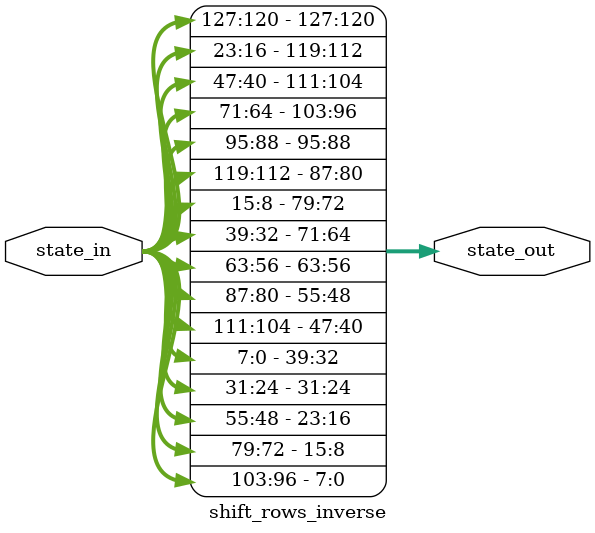
<source format=v>
module shift_rows_inverse(
    input  [127:0] state_in,
    output [127:0] state_out
);
    assign state_out = {
        state_in[127:120], // b0
        state_in[23:16],   // b13
        state_in[47:40],   // b10
        state_in[71:64],   // b7

        state_in[95:88],   // b4
        state_in[119:112], // b1
        state_in[15:8],    // b14
        state_in[39:32],   // b11
        
        state_in[63:56],   // b8
        state_in[87:80],   // b5
        state_in[111:104], // b2
        state_in[7:0],     // b15

        state_in[31:24],   // b12
        state_in[55:48],   // b9
        state_in[79:72],   // b6
        state_in[103:96]  // b3
    };

endmodule

</source>
